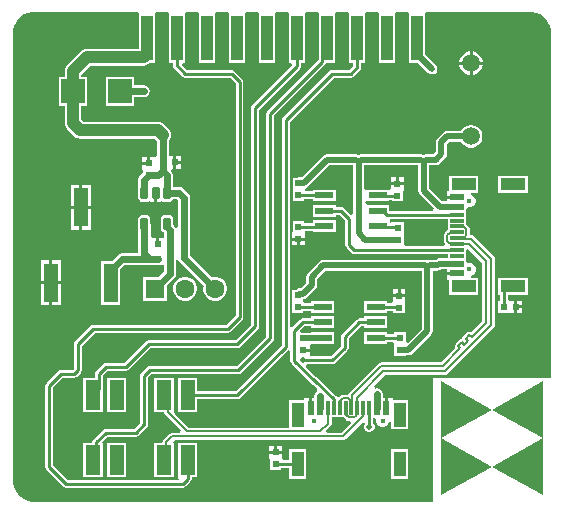
<source format=gtl>
G04*
G04 #@! TF.GenerationSoftware,Altium Limited,Altium Designer,24.10.1 (45)*
G04*
G04 Layer_Physical_Order=1*
G04 Layer_Color=255*
%FSLAX44Y44*%
%MOMM*%
G71*
G04*
G04 #@! TF.SameCoordinates,369B9CB0-29D8-4664-9DD5-51349DE9450A*
G04*
G04*
G04 #@! TF.FilePolarity,Positive*
G04*
G01*
G75*
%ADD10C,0.2540*%
%ADD11C,0.2500*%
%ADD18R,1.5000X0.6000*%
%ADD19R,1.2446X2.5000*%
G04:AMPARAMS|DCode=20|XSize=0.6mm|YSize=1.1mm|CornerRadius=0.15mm|HoleSize=0mm|Usage=FLASHONLY|Rotation=0.000|XOffset=0mm|YOffset=0mm|HoleType=Round|Shape=RoundedRectangle|*
%AMROUNDEDRECTD20*
21,1,0.6000,0.8000,0,0,0.0*
21,1,0.3000,1.1000,0,0,0.0*
1,1,0.3000,0.1500,-0.4000*
1,1,0.3000,-0.1500,-0.4000*
1,1,0.3000,-0.1500,0.4000*
1,1,0.3000,0.1500,0.4000*
%
%ADD20ROUNDEDRECTD20*%
%ADD21R,0.5500X0.5500*%
%ADD22R,1.0000X3.7000*%
%ADD23R,2.0000X2.0000*%
%ADD24R,0.3000X1.1500*%
%ADD25R,0.6000X1.1500*%
%ADD26R,1.1900X3.3000*%
%ADD27R,0.5500X0.5500*%
%ADD28R,1.1500X0.3000*%
%ADD29R,1.1500X0.6000*%
%ADD46C,0.5000*%
%ADD47C,0.2040*%
%ADD48C,0.5900*%
%ADD49C,0.6000*%
%ADD50C,1.0000*%
%ADD51C,0.1966*%
%ADD52R,1.6000X1.6000*%
%ADD53C,1.6000*%
%ADD54C,1.5000*%
%ADD55R,1.0000X2.1000*%
%ADD56C,0.4000*%
%ADD57R,2.1000X1.0000*%
%ADD58C,0.5000*%
G36*
X457078Y381741D02*
X460247Y380429D01*
X463098Y378524D01*
X465523Y376098D01*
X467429Y373247D01*
X468741Y370078D01*
X469410Y366715D01*
Y365000D01*
Y72000D01*
X370000D01*
Y-32410D01*
X30285D01*
X26922Y-31741D01*
X23753Y-30429D01*
X20902Y-28523D01*
X18476Y-26098D01*
X16571Y-23247D01*
X15259Y-20078D01*
X14590Y-16715D01*
Y-15000D01*
Y365000D01*
Y366715D01*
X15259Y370078D01*
X16571Y373247D01*
X18476Y376098D01*
X20902Y378524D01*
X23753Y380429D01*
X26922Y381741D01*
X30285Y382410D01*
X120151D01*
X120560Y380540D01*
X120560Y380370D01*
Y360462D01*
X120499Y360000D01*
Y351101D01*
X77000D01*
X75162Y350859D01*
X73450Y350149D01*
X71979Y349021D01*
X59979Y337021D01*
X58851Y335550D01*
X58141Y333838D01*
X57899Y332000D01*
Y327040D01*
X52960D01*
Y302960D01*
X57899D01*
Y288000D01*
X58141Y286162D01*
X58851Y284450D01*
X59979Y282979D01*
X65979Y276979D01*
X67450Y275851D01*
X69162Y275141D01*
X71000Y274899D01*
X71000Y274899D01*
X134059D01*
X135781Y273177D01*
Y260695D01*
X134290Y259370D01*
X130270D01*
Y254080D01*
X129000D01*
Y252810D01*
X123710D01*
Y248790D01*
X124210Y248710D01*
Y246397D01*
X121866Y244054D01*
X120752Y242386D01*
X120361Y240420D01*
Y229000D01*
X120391Y228852D01*
Y225000D01*
X120665Y223619D01*
X121448Y222448D01*
X122619Y221665D01*
X124000Y221391D01*
X127000D01*
X128381Y221665D01*
X129552Y222448D01*
X131401Y221543D01*
X131924Y221194D01*
X133500Y220881D01*
X133730D01*
Y229000D01*
X136270D01*
Y220881D01*
X136500D01*
X138076Y221194D01*
X138599Y221543D01*
X140448Y222448D01*
X141619Y221665D01*
X143000Y221391D01*
X146000D01*
X147381Y221665D01*
X148552Y222448D01*
X149335Y223619D01*
X149383Y223861D01*
X152872D01*
X153861Y222871D01*
Y199995D01*
X151828Y199762D01*
X150714Y201429D01*
X149639Y202504D01*
Y203000D01*
X149609Y203148D01*
Y207000D01*
X149335Y208381D01*
X148552Y209552D01*
X147381Y210335D01*
X146000Y210609D01*
X143000D01*
X141619Y210335D01*
X140448Y209552D01*
X139665Y208381D01*
X139391Y207000D01*
Y203148D01*
X139361Y203000D01*
Y200375D01*
X139391Y200228D01*
Y199000D01*
X139665Y197619D01*
X140448Y196448D01*
X141619Y195665D01*
X141941Y195601D01*
Y190790D01*
X138190D01*
Y185500D01*
X135650D01*
Y190790D01*
X131630D01*
X130639Y192419D01*
Y203000D01*
X130609Y203148D01*
Y207000D01*
X130335Y208381D01*
X129552Y209552D01*
X128381Y210335D01*
X127000Y210609D01*
X124000D01*
X122619Y210335D01*
X121448Y209552D01*
X120665Y208381D01*
X120391Y207000D01*
Y203148D01*
X120361Y203000D01*
Y178139D01*
X106450D01*
X104483Y177748D01*
X102816Y176634D01*
X97723Y171540D01*
X89010D01*
Y134460D01*
X104990D01*
Y164273D01*
X108579Y167861D01*
X136920D01*
X136920Y167861D01*
X138673Y168210D01*
X141710D01*
X141941Y166266D01*
Y162708D01*
X137273Y158040D01*
X124460D01*
Y137960D01*
X144540D01*
Y150773D01*
X150714Y156946D01*
X151828Y158614D01*
X152219Y160580D01*
Y172101D01*
X154252Y172333D01*
X155366Y170666D01*
X175567Y150466D01*
X175260Y149322D01*
Y146678D01*
X175944Y144125D01*
X177266Y141835D01*
X179135Y139966D01*
X181425Y138644D01*
X183978Y137960D01*
X186622D01*
X189175Y138644D01*
X191465Y139966D01*
X193334Y141835D01*
X194656Y144125D01*
X195340Y146678D01*
Y149322D01*
X194656Y151875D01*
X193334Y154165D01*
X191465Y156034D01*
X189175Y157356D01*
X186622Y158040D01*
X183978D01*
X182834Y157733D01*
X164139Y176429D01*
Y225000D01*
X163748Y226966D01*
X162634Y228634D01*
X158634Y232634D01*
X156967Y233748D01*
X155000Y234139D01*
X149639D01*
Y244340D01*
X149248Y246306D01*
X148336Y247670D01*
X148927Y249710D01*
X149810D01*
Y255000D01*
Y260290D01*
X146059D01*
Y273213D01*
X147069Y274530D01*
X147779Y276242D01*
X148021Y278080D01*
X147779Y279918D01*
X147069Y281630D01*
X145941Y283101D01*
X142021Y287021D01*
X140550Y288149D01*
X138838Y288859D01*
X137000Y289101D01*
X73941D01*
X72101Y290941D01*
Y302960D01*
X77040D01*
Y327040D01*
X72152D01*
X72122Y329080D01*
X79941Y336899D01*
X125100D01*
X126938Y337141D01*
X128650Y337851D01*
X130121Y338979D01*
X130602Y339460D01*
X134640D01*
Y346039D01*
X134701Y346500D01*
Y360000D01*
X134640Y360462D01*
Y380370D01*
X134640Y380540D01*
X135049Y382410D01*
X145551D01*
X145960Y380540D01*
X145960Y380370D01*
Y339460D01*
X149646D01*
Y337000D01*
X149901Y335716D01*
X150628Y334628D01*
X157628Y327628D01*
X158716Y326901D01*
X160000Y326646D01*
X197902D01*
X202645Y321902D01*
Y125389D01*
X194611Y117354D01*
X82000D01*
X80716Y117099D01*
X79628Y116372D01*
X66628Y103372D01*
X65901Y102284D01*
X65645Y101000D01*
Y80389D01*
X64611Y79355D01*
X55000D01*
X53716Y79099D01*
X52628Y78372D01*
X42628Y68372D01*
X41901Y67284D01*
X41646Y66000D01*
Y-3000D01*
X41901Y-4284D01*
X42628Y-5372D01*
X56628Y-19372D01*
X57716Y-20099D01*
X59000Y-20354D01*
X158000D01*
X159284Y-20099D01*
X160372Y-19372D01*
X164372Y-15372D01*
X165099Y-14284D01*
X165354Y-13000D01*
Y-11544D01*
X170263D01*
Y17536D01*
X153737D01*
Y-11544D01*
X153737D01*
X154530Y-13584D01*
X154489Y-13645D01*
X60389D01*
X48355Y-1611D01*
Y64611D01*
X56389Y72646D01*
X66000D01*
X67284Y72901D01*
X68372Y73628D01*
X71372Y76628D01*
X72099Y77716D01*
X72354Y79000D01*
Y99611D01*
X83389Y110646D01*
X196000D01*
X197284Y110901D01*
X198372Y111628D01*
X208372Y121628D01*
X209099Y122716D01*
X209354Y124000D01*
Y323291D01*
X209099Y324575D01*
X208372Y325663D01*
X201663Y332372D01*
X200575Y333099D01*
X199291Y333354D01*
X161389D01*
X157324Y337420D01*
X158169Y339460D01*
X160040D01*
Y380370D01*
X160040Y380540D01*
X160449Y382410D01*
X170951D01*
X171360Y380540D01*
X171360Y380370D01*
Y339460D01*
X185440D01*
Y380370D01*
X185440Y380540D01*
X185849Y382410D01*
X196351D01*
X196760Y380540D01*
X196760Y380370D01*
Y339460D01*
X210840D01*
Y380370D01*
X210840Y380540D01*
X211249Y382410D01*
X221751D01*
X222160Y380540D01*
X222160Y380370D01*
Y339460D01*
X236240D01*
Y380370D01*
X236240Y380540D01*
X236649Y382410D01*
X247151D01*
X247560Y380540D01*
X247560Y380370D01*
Y339460D01*
X249871D01*
X250676Y337420D01*
X216628Y303372D01*
X215901Y302284D01*
X215646Y301000D01*
Y117389D01*
X202610Y104354D01*
X129000D01*
X127716Y104099D01*
X126628Y103372D01*
X108610Y85354D01*
X93000D01*
X91716Y85099D01*
X90628Y84372D01*
X84511Y78255D01*
X83784Y77167D01*
X83529Y75883D01*
Y72536D01*
X73737D01*
Y43456D01*
X90263D01*
Y72536D01*
X90263Y72536D01*
X90263D01*
X90303Y74559D01*
X94389Y78646D01*
X110000D01*
X111284Y78901D01*
X112372Y79628D01*
X130389Y97646D01*
X204000D01*
X205284Y97901D01*
X206372Y98628D01*
X221372Y113628D01*
X222099Y114716D01*
X222354Y116000D01*
Y299611D01*
X256972Y334228D01*
X257699Y335316D01*
X257954Y336600D01*
Y339460D01*
X261640D01*
Y380370D01*
X261640Y380540D01*
X262049Y382410D01*
X272551D01*
X272960Y380540D01*
X272960Y380370D01*
Y356574D01*
X272896Y356250D01*
Y341639D01*
X229628Y298372D01*
X228901Y297284D01*
X228645Y296000D01*
Y107389D01*
X203610Y82354D01*
X130000D01*
X128716Y82099D01*
X127628Y81372D01*
X122628Y76372D01*
X121901Y75284D01*
X121646Y74000D01*
Y34390D01*
X116610Y29354D01*
X92744D01*
X91460Y29099D01*
X90372Y28372D01*
X82153Y20153D01*
X81426Y19065D01*
X81171Y17781D01*
Y17536D01*
X73737D01*
Y-11544D01*
X90263D01*
Y17536D01*
X90263D01*
X89900Y18412D01*
X94133Y22645D01*
X118000D01*
X119284Y22901D01*
X120372Y23628D01*
X127372Y30628D01*
X128099Y31716D01*
X128355Y33000D01*
Y72611D01*
X131390Y75645D01*
X205000D01*
X206284Y75901D01*
X207372Y76628D01*
X234372Y103628D01*
X235099Y104716D01*
X235354Y106000D01*
Y294611D01*
X278622Y337878D01*
X279349Y338966D01*
X279447Y339460D01*
X287040D01*
Y380370D01*
X287040Y380540D01*
X287449Y382410D01*
X297951D01*
X298360Y380540D01*
X298360Y380370D01*
Y339460D01*
X302045D01*
Y336789D01*
X298611Y333354D01*
X284273D01*
X282990Y333099D01*
X281901Y332372D01*
X242628Y293099D01*
X241901Y292010D01*
X241646Y290727D01*
Y100389D01*
X202607Y61350D01*
X170263D01*
Y72536D01*
X153737D01*
Y43456D01*
X170263D01*
Y54641D01*
X203996D01*
X205280Y54897D01*
X206368Y55624D01*
X247085Y96341D01*
X248234Y96113D01*
X249125Y95580D01*
Y86783D01*
X249382Y85492D01*
X250114Y84397D01*
X267155Y67355D01*
X268250Y66624D01*
X268691Y66536D01*
X271857Y63370D01*
X271419Y60923D01*
X270702Y60445D01*
X269599Y58794D01*
X269212Y56847D01*
Y55340D01*
X267570D01*
Y47050D01*
X265030D01*
Y55340D01*
X260760D01*
Y53840D01*
X248060D01*
Y30200D01*
X163053D01*
X151342Y41911D01*
X150263Y43456D01*
X150263D01*
X150263Y43456D01*
Y72536D01*
X133737D01*
Y43456D01*
X142125D01*
X142328Y42437D01*
X143004Y41425D01*
X156424Y28005D01*
X155644Y26120D01*
X149000D01*
X147806Y25882D01*
X146794Y25206D01*
X141575Y19988D01*
X140899Y18975D01*
X140661Y17781D01*
Y17536D01*
X133737D01*
Y-11544D01*
X150263D01*
Y17536D01*
X150263D01*
X150105Y17918D01*
X151500Y19880D01*
X293653D01*
X294847Y20118D01*
X295859Y20794D01*
X309284Y34218D01*
X311897Y33947D01*
X312151Y33572D01*
X311460Y31903D01*
Y30097D01*
X312151Y28428D01*
X313428Y27151D01*
X315097Y26460D01*
X316903D01*
X318572Y27151D01*
X319849Y28428D01*
X320540Y30097D01*
Y31903D01*
X319849Y33572D01*
X319175Y34246D01*
Y38116D01*
X320194Y38426D01*
X320662Y38133D01*
X321910Y36868D01*
Y35248D01*
X322715Y33303D01*
X324203Y31815D01*
X326148Y31010D01*
X328252D01*
X330196Y31815D01*
X331685Y33303D01*
X332490Y35248D01*
X334460Y35079D01*
Y28760D01*
X348540D01*
Y53840D01*
X335840D01*
Y55340D01*
X331570D01*
Y47050D01*
X329030D01*
Y55340D01*
X327388D01*
Y58700D01*
X327001Y60647D01*
X325898Y62298D01*
X324247Y63401D01*
X322300Y63788D01*
X320472Y63424D01*
X320346Y63513D01*
X319572Y65409D01*
X329081Y74918D01*
X379866D01*
X381046Y75152D01*
X382046Y75820D01*
X421432Y115207D01*
X422101Y116207D01*
X422335Y117387D01*
Y173206D01*
X422101Y174385D01*
X421432Y175385D01*
X404185Y192633D01*
X403185Y193301D01*
X402006Y193535D01*
X401035D01*
Y198133D01*
X400801Y199313D01*
X400132Y200313D01*
X398083Y202362D01*
X397740Y202591D01*
Y215764D01*
X399436Y216898D01*
X399648Y216810D01*
X401752D01*
X403697Y217615D01*
X405185Y219103D01*
X405990Y221048D01*
Y223152D01*
X405185Y225096D01*
X403697Y226585D01*
X401752Y227390D01*
X401921Y229360D01*
X408240D01*
Y243440D01*
X383160D01*
Y230740D01*
X381660D01*
Y226470D01*
X389950D01*
Y223930D01*
X381660D01*
Y221869D01*
X377677D01*
X366629Y232917D01*
Y252371D01*
X372000D01*
X372000Y252371D01*
X373771Y252723D01*
X375273Y253727D01*
X380273Y258727D01*
X380273Y258727D01*
X381277Y260229D01*
X381629Y262000D01*
Y270083D01*
X383811Y272264D01*
X393718D01*
X394366Y271142D01*
X396142Y269366D01*
X398318Y268110D01*
X400744Y267460D01*
X403256D01*
X405682Y268110D01*
X407858Y269366D01*
X409634Y271142D01*
X410890Y273318D01*
X411540Y275744D01*
Y278256D01*
X410890Y280682D01*
X409634Y282858D01*
X407858Y284634D01*
X405682Y285890D01*
X403256Y286540D01*
X400744D01*
X398318Y285890D01*
X396142Y284634D01*
X394366Y282858D01*
X393595Y281522D01*
X381893D01*
X380122Y281170D01*
X378620Y280167D01*
X378620Y280166D01*
X373727Y275273D01*
X372723Y273771D01*
X372371Y272000D01*
X372371Y272000D01*
Y263917D01*
X370083Y261629D01*
X364000D01*
X364000Y261629D01*
X362229Y261277D01*
X362000Y261124D01*
X361771Y261277D01*
X360000Y261629D01*
X360000Y261629D01*
X309000D01*
X309000Y261629D01*
X307229Y261277D01*
X307000Y261124D01*
X306771Y261277D01*
X305000Y261629D01*
X305000Y261629D01*
X280000D01*
X280000Y261629D01*
X278229Y261277D01*
X276727Y260273D01*
X276727Y260273D01*
X258792Y242339D01*
X256263D01*
X256263Y242339D01*
X254491Y241986D01*
X254379Y241911D01*
X250884D01*
Y233791D01*
X250884Y232331D01*
X250884Y230291D01*
Y222171D01*
X260464D01*
Y223546D01*
X268338D01*
Y221840D01*
X287418D01*
Y231920D01*
X268338D01*
Y230295D01*
X262147D01*
X261353Y231081D01*
X261231Y231450D01*
X262481Y233433D01*
X262481Y233433D01*
X263983Y234436D01*
X281917Y252371D01*
X302371D01*
Y211258D01*
X300331Y210413D01*
X294492Y216252D01*
X293404Y216979D01*
X292120Y217234D01*
X287418D01*
Y218920D01*
X268338D01*
Y208840D01*
X287418D01*
Y210526D01*
X290730D01*
X295646Y205611D01*
Y185000D01*
X295901Y183716D01*
X296628Y182628D01*
X300928Y178328D01*
X302016Y177601D01*
X303300Y177346D01*
X382160D01*
Y173829D01*
X375200D01*
X375200Y173829D01*
X373429Y173477D01*
X372160Y172629D01*
X367000D01*
X367000Y172629D01*
X365229Y172277D01*
X365000Y172124D01*
X364771Y172277D01*
X363000Y172629D01*
X363000Y172629D01*
X277000D01*
X277000Y172629D01*
X275229Y172277D01*
X273727Y171273D01*
X273727Y171273D01*
X263727Y161273D01*
X262723Y159771D01*
X262371Y158000D01*
X262371Y158000D01*
Y152917D01*
X257800Y148346D01*
X256530D01*
X254759Y147994D01*
X253569Y147199D01*
X250432D01*
Y139079D01*
X250432Y137619D01*
X250432Y135579D01*
Y127459D01*
X260012D01*
Y128961D01*
X266743D01*
Y127382D01*
X285823D01*
Y137462D01*
X266743D01*
Y135710D01*
X260329D01*
X260012Y137619D01*
X260012Y139147D01*
X261489Y139441D01*
X262990Y140444D01*
X270273Y147727D01*
X270273Y147727D01*
X271277Y149229D01*
X271629Y151000D01*
X271629Y151000D01*
Y156083D01*
X278917Y163371D01*
X360371D01*
Y113917D01*
X348793Y102339D01*
X346753Y103184D01*
Y111004D01*
X337173D01*
Y109693D01*
X330823D01*
Y111462D01*
X311743D01*
Y101382D01*
X330823D01*
Y102943D01*
X335731D01*
X337173Y101501D01*
X337173Y99384D01*
Y91264D01*
X346753D01*
Y91425D01*
X349054D01*
X349054Y91425D01*
X350825Y91777D01*
X352327Y92781D01*
X368273Y108727D01*
X368273Y108727D01*
X369277Y110229D01*
X369629Y112000D01*
X369629Y112000D01*
Y163371D01*
X374000D01*
X374000Y163371D01*
X374447Y163460D01*
X374903D01*
X375324Y163634D01*
X375771Y163723D01*
X376151Y163977D01*
X376572Y164151D01*
X376894Y164473D01*
X377040Y164571D01*
X381660D01*
Y162470D01*
X389950D01*
Y159930D01*
X381660D01*
Y155660D01*
X383160D01*
Y142960D01*
X408240D01*
Y157040D01*
X401921D01*
X401752Y159010D01*
X403697Y159815D01*
X405185Y161304D01*
X405990Y163248D01*
Y165352D01*
X405185Y167297D01*
X403697Y168785D01*
X401752Y169590D01*
X399648D01*
X399436Y169502D01*
X397740Y170636D01*
Y181102D01*
X399780Y181947D01*
X411665Y170063D01*
Y120530D01*
X402425Y111290D01*
X401884Y111651D01*
X400705Y111885D01*
X399525Y111651D01*
X398525Y110982D01*
X395339Y107796D01*
X394671Y106796D01*
X394436Y105617D01*
X394332Y105513D01*
X393153Y105278D01*
X392153Y104610D01*
X388967Y101424D01*
X388298Y100424D01*
X388064Y99244D01*
X388298Y98065D01*
X388660Y97524D01*
X376723Y85588D01*
X325938D01*
X324758Y85354D01*
X323758Y84685D01*
X298868Y59795D01*
X298199Y58795D01*
X298068Y58135D01*
X293367D01*
X292187Y57901D01*
X291187Y57232D01*
X290481Y56527D01*
X287996Y56776D01*
X272645Y72128D01*
X271550Y72860D01*
X271109Y72947D01*
X262212Y81844D01*
X262572Y83651D01*
X263046Y84125D01*
X284500D01*
X285791Y84382D01*
X286886Y85114D01*
X297386Y95614D01*
X298118Y96708D01*
X298375Y98000D01*
Y105536D01*
X308886Y116047D01*
X311743D01*
Y114382D01*
X330823D01*
Y124462D01*
X311743D01*
Y122797D01*
X307488D01*
X306196Y122540D01*
X305102Y121808D01*
X292614Y109320D01*
X291882Y108226D01*
X291625Y106934D01*
Y99398D01*
X283102Y90875D01*
X265290D01*
Y94570D01*
X260000D01*
Y97110D01*
X265290D01*
Y99965D01*
X266669Y101309D01*
X267226Y101382D01*
X285823D01*
Y111462D01*
X266743D01*
Y110840D01*
X260211D01*
X259960Y110790D01*
X258448D01*
X257603Y112830D01*
X260820Y116047D01*
X266743D01*
Y114382D01*
X285823D01*
Y124462D01*
X266743D01*
Y122797D01*
X259422D01*
X258130Y122540D01*
X257036Y121808D01*
X250394Y115167D01*
X249266Y115387D01*
X248354Y115926D01*
Y289337D01*
X285663Y326646D01*
X300000D01*
X301284Y326901D01*
X302372Y327628D01*
X307772Y333028D01*
X308499Y334116D01*
X308754Y335400D01*
Y339460D01*
X312440D01*
Y380370D01*
X312440Y380540D01*
X312849Y382410D01*
X323351D01*
X323760Y380540D01*
X323760Y380370D01*
Y339460D01*
X337840D01*
Y380370D01*
X337840Y380540D01*
X338249Y382410D01*
X348751D01*
X349160Y380540D01*
X349160Y380370D01*
Y339460D01*
X356694D01*
X365427Y330727D01*
X366929Y329723D01*
X367953Y329520D01*
X368097Y329460D01*
X368253D01*
X368700Y329371D01*
X369147Y329460D01*
X369903D01*
X371572Y330151D01*
X372849Y331428D01*
X373540Y333097D01*
Y334903D01*
X372849Y336572D01*
X371572Y337849D01*
X371274Y337972D01*
X363240Y346006D01*
Y380370D01*
X363240Y380540D01*
X363649Y382410D01*
X453715D01*
X457078Y381741D01*
D02*
G37*
G36*
X357371Y231000D02*
X357371Y231000D01*
X357723Y229228D01*
X358727Y227727D01*
X370339Y216115D01*
X369790Y214075D01*
X332418D01*
Y218920D01*
X314525D01*
X312623Y220664D01*
X312623Y221506D01*
X313338Y221840D01*
X313669Y221840D01*
X332418D01*
Y223419D01*
X334958D01*
Y221917D01*
X344538D01*
Y229744D01*
X345038Y231577D01*
X345038Y233330D01*
Y235597D01*
X339748D01*
X334458D01*
Y233646D01*
X333813Y232611D01*
X332901Y231839D01*
X332418Y231920D01*
Y231920D01*
X313669D01*
X313338Y231920D01*
X311629Y232719D01*
Y252371D01*
X357371D01*
Y231000D01*
D02*
G37*
G36*
X382160Y197591D02*
X381817Y197362D01*
X379767Y195313D01*
X379099Y194313D01*
X378865Y193133D01*
Y188267D01*
X379099Y187087D01*
X379767Y186087D01*
X378915Y184054D01*
X346869D01*
X345046Y184579D01*
Y192699D01*
X345046Y194159D01*
X345046Y196199D01*
Y204319D01*
X335466D01*
Y204319D01*
X333426Y204014D01*
X333227Y204213D01*
X333247Y206719D01*
X333876Y207325D01*
X382160D01*
Y197591D01*
D02*
G37*
G36*
X294137Y38917D02*
X296187Y36867D01*
X297187Y36199D01*
X298367Y35965D01*
X299540D01*
X300321Y34080D01*
X292360Y26120D01*
X280386D01*
X279606Y28005D01*
X283021Y31420D01*
X283697Y32432D01*
X283935Y33626D01*
Y39260D01*
X293909D01*
X294137Y38917D01*
D02*
G37*
G36*
X463084Y69460D02*
Y69158D01*
Y68977D01*
Y68675D01*
Y68313D01*
Y67891D01*
Y67409D01*
Y66805D01*
Y66142D01*
Y65358D01*
Y64513D01*
Y63548D01*
Y62462D01*
Y61255D01*
Y59868D01*
Y58420D01*
Y56852D01*
Y55102D01*
Y53232D01*
Y51181D01*
Y48949D01*
Y46596D01*
Y44123D01*
Y41409D01*
Y38513D01*
Y35436D01*
Y32179D01*
Y28740D01*
Y25121D01*
Y21260D01*
Y-27000D01*
X420042Y-2870D01*
X463084Y21260D01*
X420042Y45390D01*
X463084Y69520D01*
Y69460D01*
D02*
G37*
G36*
X420042Y45390D02*
X377000Y21260D01*
X420042Y-2870D01*
X377000Y-27000D01*
Y21260D01*
Y25121D01*
Y28740D01*
Y32179D01*
Y35436D01*
Y38513D01*
Y41409D01*
Y44123D01*
Y46596D01*
Y48949D01*
Y51181D01*
Y53232D01*
Y55102D01*
Y56852D01*
Y58420D01*
Y59868D01*
Y61255D01*
Y62462D01*
Y63548D01*
Y64513D01*
Y65358D01*
Y66142D01*
Y66805D01*
Y67409D01*
Y67891D01*
Y68313D01*
Y68675D01*
Y68977D01*
Y69158D01*
Y69460D01*
Y69520D01*
X420042Y45390D01*
D02*
G37*
%LPC*%
G36*
X403322Y349040D02*
X403270D01*
Y340270D01*
X412040D01*
Y340322D01*
X411356Y342875D01*
X410034Y345165D01*
X408165Y347034D01*
X405875Y348356D01*
X403322Y349040D01*
D02*
G37*
G36*
X400730D02*
X400678D01*
X398125Y348356D01*
X395835Y347034D01*
X393966Y345165D01*
X392644Y342875D01*
X391960Y340322D01*
Y340270D01*
X400730D01*
Y349040D01*
D02*
G37*
G36*
X412040Y337730D02*
X403270D01*
Y328960D01*
X403322D01*
X405875Y329644D01*
X408165Y330966D01*
X410034Y332835D01*
X411356Y335125D01*
X412040Y337678D01*
Y337730D01*
D02*
G37*
G36*
X400730D02*
X391960D01*
Y337678D01*
X392644Y335125D01*
X393966Y332835D01*
X395835Y330966D01*
X398125Y329644D01*
X400678Y328960D01*
X400730D01*
Y337730D01*
D02*
G37*
G36*
X117040Y327040D02*
X92960D01*
Y302960D01*
X117040D01*
Y309861D01*
X125000D01*
X126966Y310252D01*
X128634Y311366D01*
X129748Y313034D01*
X130139Y315000D01*
X129748Y316966D01*
X128634Y318634D01*
X126966Y319748D01*
X125000Y320139D01*
X117040D01*
Y327040D01*
D02*
G37*
G36*
X156370Y260290D02*
X152350D01*
Y256270D01*
X156370D01*
Y260290D01*
D02*
G37*
G36*
X127730Y259370D02*
X123710D01*
Y255350D01*
X127730D01*
Y259370D01*
D02*
G37*
G36*
X156370Y253730D02*
X152350D01*
Y249710D01*
X156370D01*
Y253730D01*
D02*
G37*
G36*
X450040Y243440D02*
X424960D01*
Y229360D01*
X450040D01*
Y243440D01*
D02*
G37*
G36*
X80090Y236040D02*
X72870D01*
Y218270D01*
X80090D01*
Y236040D01*
D02*
G37*
G36*
X70330D02*
X63110D01*
Y218270D01*
X70330D01*
Y236040D01*
D02*
G37*
G36*
X287418Y205920D02*
X268338D01*
Y203897D01*
X260718D01*
Y204954D01*
X251138D01*
Y197127D01*
X250638Y195294D01*
X250638Y193541D01*
Y191274D01*
X255928D01*
X261218D01*
Y193541D01*
X261218Y195294D01*
X261669Y197147D01*
X268338D01*
Y195840D01*
X287418D01*
Y205920D01*
D02*
G37*
G36*
X80090Y215730D02*
X72870D01*
Y197960D01*
X80090D01*
Y215730D01*
D02*
G37*
G36*
X70330D02*
X63110D01*
Y197960D01*
X70330D01*
Y215730D01*
D02*
G37*
G36*
X261218Y188734D02*
X257198D01*
Y184714D01*
X261218D01*
Y188734D01*
D02*
G37*
G36*
X254658D02*
X250638D01*
Y184714D01*
X254658D01*
Y188734D01*
D02*
G37*
G36*
X54690Y172040D02*
X47470D01*
Y154270D01*
X54690D01*
Y172040D01*
D02*
G37*
G36*
X44930D02*
X37710D01*
Y154270D01*
X44930D01*
Y172040D01*
D02*
G37*
G36*
X346364Y147445D02*
X342344D01*
Y143425D01*
X346364D01*
Y147445D01*
D02*
G37*
G36*
X339804D02*
X335784D01*
Y143425D01*
X339804D01*
Y147445D01*
D02*
G37*
G36*
X161222Y158040D02*
X158578D01*
X156025Y157356D01*
X153735Y156034D01*
X151866Y154165D01*
X150544Y151875D01*
X149860Y149322D01*
Y146678D01*
X150544Y144125D01*
X151866Y141835D01*
X153735Y139966D01*
X156025Y138644D01*
X158578Y137960D01*
X161222D01*
X163775Y138644D01*
X166065Y139966D01*
X167934Y141835D01*
X169256Y144125D01*
X169940Y146678D01*
Y149322D01*
X169256Y151875D01*
X167934Y154165D01*
X166065Y156034D01*
X163775Y157356D01*
X161222Y158040D01*
D02*
G37*
G36*
X346364Y140885D02*
X341074D01*
X335784D01*
Y138618D01*
X335784Y136865D01*
X334275Y135583D01*
X330823D01*
Y137462D01*
X311743D01*
Y127382D01*
X330823D01*
Y128834D01*
X336284D01*
Y127205D01*
X345864D01*
Y135032D01*
X346364Y136865D01*
X346364Y138618D01*
Y140885D01*
D02*
G37*
G36*
X54690Y151730D02*
X47470D01*
Y133960D01*
X54690D01*
Y151730D01*
D02*
G37*
G36*
X44930D02*
X37710D01*
Y133960D01*
X44930D01*
Y151730D01*
D02*
G37*
G36*
X441270Y137790D02*
Y133770D01*
X445290D01*
Y137790D01*
X441270D01*
D02*
G37*
G36*
X445290Y131230D02*
X441270D01*
Y127210D01*
X445290D01*
Y131230D01*
D02*
G37*
G36*
X450040Y157040D02*
X424960D01*
Y142960D01*
X426465D01*
Y137290D01*
X425050D01*
Y127710D01*
X432877D01*
X434710Y127210D01*
X436463Y127210D01*
X438730D01*
Y132500D01*
Y137790D01*
X436463D01*
X434710Y137790D01*
X433215Y139105D01*
Y142960D01*
X450040D01*
Y157040D01*
D02*
G37*
G36*
X110263Y72536D02*
X93737D01*
Y43456D01*
X110263D01*
Y72536D01*
D02*
G37*
G36*
X241790Y14950D02*
X237770D01*
Y10930D01*
X241790D01*
Y14950D01*
D02*
G37*
G36*
X235230D02*
X231210D01*
Y10930D01*
X235230D01*
Y14950D01*
D02*
G37*
G36*
X262140Y12040D02*
X248060D01*
Y2875D01*
X243105D01*
X241790Y4370D01*
X241790Y6123D01*
Y8390D01*
X236500D01*
X231210D01*
Y6123D01*
X231210Y4370D01*
X231710Y2537D01*
Y-5290D01*
X241290D01*
Y-3875D01*
X248060D01*
Y-13040D01*
X262140D01*
Y12040D01*
D02*
G37*
G36*
X110263Y17536D02*
X93737D01*
Y-11544D01*
X110263D01*
Y17536D01*
D02*
G37*
G36*
X348540Y12040D02*
X334460D01*
Y-13040D01*
X348540D01*
Y12040D01*
D02*
G37*
G36*
X345038Y242157D02*
X341018D01*
Y238137D01*
X345038D01*
Y242157D01*
D02*
G37*
G36*
X338478D02*
X334458D01*
Y238137D01*
X338478D01*
Y242157D01*
D02*
G37*
%LPD*%
D10*
X252500Y86783D02*
X269542Y69742D01*
X270258D02*
X285610Y54390D01*
Y47240D02*
Y54390D01*
X269542Y69742D02*
X270258D01*
X252500Y86783D02*
Y112500D01*
X284500Y87500D02*
X295000Y98000D01*
X260000Y87500D02*
X284500D01*
X285610Y47240D02*
X285800Y47050D01*
X259422Y119422D02*
X276283D01*
X252500Y112500D02*
X259422Y119422D01*
X295000Y98000D02*
Y106934D01*
X429840Y146270D02*
X433570Y150000D01*
X429840Y132500D02*
Y146270D01*
X433570Y150000D02*
X437500D01*
X295000Y106934D02*
X307488Y119422D01*
X330558Y210700D02*
X389950D01*
X322878Y213880D02*
X327378D01*
X330558Y210700D01*
X307488Y119422D02*
X321283D01*
X315800Y31200D02*
Y47050D01*
Y31200D02*
X316000Y31000D01*
X236500Y-500D02*
X255100D01*
X339661Y226793D02*
X339748Y226707D01*
X322965Y226793D02*
X339661D01*
X322878Y226880D02*
X322965Y226793D01*
X339580Y200205D02*
X340256Y199529D01*
X322878Y200880D02*
X323554Y200205D01*
X339580D01*
X255674Y226961D02*
X255714Y226921D01*
X277838D01*
X277878Y226880D01*
X277520Y200522D02*
X277878Y200880D01*
X256286Y200522D02*
X277520D01*
X255928Y200164D02*
X256286Y200522D01*
X255222Y132249D02*
X255309Y132336D01*
X276196D01*
X276283Y132422D01*
X321283Y106422D02*
X321387Y106318D01*
X321497Y132208D02*
X340860D01*
X321387Y106318D02*
X341859D01*
X340860Y132208D02*
X341074Y131995D01*
X341859Y106318D02*
X341963Y106214D01*
X321283Y132422D02*
X321497Y132208D01*
D11*
X92744Y26000D02*
X118000D01*
X84525Y5521D02*
Y17781D01*
X92744Y26000D01*
X82000Y2996D02*
X84525Y5521D01*
X86883Y75883D02*
X93000Y82000D01*
X86883Y62879D02*
Y75883D01*
X93000Y82000D02*
X110000D01*
X82000Y57996D02*
X86883Y62879D01*
X110000Y82000D02*
X129000Y101000D01*
X232000Y296000D02*
X276250Y340250D01*
X205000Y79000D02*
X232000Y106000D01*
Y296000D01*
X245000Y290727D02*
X284273Y330000D01*
X245000Y99000D02*
Y290727D01*
X203996Y57996D02*
X245000Y99000D01*
X69000Y101000D02*
X82000Y114000D01*
X196000D02*
X206000Y124000D01*
X82000Y114000D02*
X196000D01*
X206000Y124000D02*
Y323291D01*
X160000Y330000D02*
X199291D01*
X206000Y323291D01*
X130000Y79000D02*
X205000D01*
X219000Y301000D02*
X254600Y336600D01*
X204000Y101000D02*
X219000Y116000D01*
Y301000D01*
X276250Y356250D02*
X280000Y360000D01*
X276250Y340250D02*
Y356250D01*
X254600Y336600D02*
Y360000D01*
X129000Y101000D02*
X204000D01*
X153000Y337000D02*
X160000Y330000D01*
X277878Y213880D02*
X292120D01*
X299000Y185000D02*
Y207000D01*
X292120Y213880D02*
X299000Y207000D01*
Y185000D02*
X303300Y180700D01*
X389950D01*
X368700Y334000D02*
X369000D01*
X284273Y330000D02*
X300000D01*
X305400Y335400D02*
Y360000D01*
X300000Y330000D02*
X305400Y335400D01*
X153000Y337000D02*
Y360000D01*
X69000Y79000D02*
Y101000D01*
X66000Y76000D02*
X69000Y79000D01*
X55000Y76000D02*
X66000D01*
X45000Y66000D02*
X55000Y76000D01*
X45000Y-3000D02*
Y66000D01*
X59000Y-17000D02*
X158000D01*
X45000Y-3000D02*
X59000Y-17000D01*
X158000D02*
X162000Y-13000D01*
Y2996D01*
X125000Y33000D02*
Y74000D01*
X130000Y79000D01*
X118000Y26000D02*
X125000Y33000D01*
X162000Y57996D02*
X203996D01*
X356200Y346500D02*
Y360000D01*
D18*
X277878Y226880D02*
D03*
X322878D02*
D03*
X277878Y213880D02*
D03*
X322878D02*
D03*
Y200880D02*
D03*
X277878D02*
D03*
X276283Y106422D02*
D03*
X321283D02*
D03*
Y119422D02*
D03*
X276283D02*
D03*
X321283Y132422D02*
D03*
X276283D02*
D03*
D19*
X102000Y57996D02*
D03*
X142000D02*
D03*
X162000D02*
D03*
X82000Y2996D02*
D03*
Y57996D02*
D03*
X102000Y2996D02*
D03*
X142000D02*
D03*
X162000D02*
D03*
D20*
X144500Y203000D02*
D03*
X125500D02*
D03*
Y229000D02*
D03*
X135000D02*
D03*
X144500D02*
D03*
D21*
X140920Y255000D02*
D03*
X151080D02*
D03*
X136920Y185500D02*
D03*
X147080D02*
D03*
X136920Y173000D02*
D03*
X147080D02*
D03*
X429840Y132500D02*
D03*
X440000D02*
D03*
D22*
X356200Y360000D02*
D03*
X330800D02*
D03*
X305400D02*
D03*
X280000D02*
D03*
X254600D02*
D03*
X229200D02*
D03*
X203800D02*
D03*
X178400D02*
D03*
X153000D02*
D03*
X127600D02*
D03*
D23*
X65000Y315000D02*
D03*
X105000D02*
D03*
D24*
X280800Y47050D02*
D03*
X315800D02*
D03*
X310800D02*
D03*
X305800D02*
D03*
X300800D02*
D03*
X295800D02*
D03*
X290800D02*
D03*
X285800D02*
D03*
D25*
X322300D02*
D03*
X274300D02*
D03*
X266300D02*
D03*
X330300D02*
D03*
D26*
X97000Y153000D02*
D03*
X46200D02*
D03*
X71600Y217000D02*
D03*
D27*
X129000Y254080D02*
D03*
Y243920D02*
D03*
X255222Y132249D02*
D03*
Y142409D02*
D03*
X341963Y106214D02*
D03*
Y96054D02*
D03*
X255674Y226961D02*
D03*
Y237121D02*
D03*
X340256Y199529D02*
D03*
Y189369D02*
D03*
X236500Y9660D02*
D03*
Y-500D02*
D03*
X260000Y106000D02*
D03*
Y95840D02*
D03*
X341074Y131995D02*
D03*
Y142155D02*
D03*
X255928Y200164D02*
D03*
Y190004D02*
D03*
X339748Y226707D02*
D03*
Y236867D02*
D03*
D28*
X389950Y175700D02*
D03*
Y210700D02*
D03*
Y205700D02*
D03*
Y200700D02*
D03*
Y195700D02*
D03*
Y190700D02*
D03*
Y185700D02*
D03*
Y180700D02*
D03*
D29*
Y217200D02*
D03*
Y169200D02*
D03*
Y161200D02*
D03*
Y225200D02*
D03*
D46*
X305000Y257000D02*
X307000Y255000D01*
X309000Y257000D02*
X360000D01*
X362000Y255000D01*
X364000Y257000D01*
X372000D01*
X362000Y231000D02*
Y255000D01*
X377000Y262000D02*
Y272000D01*
X381893Y276893D01*
X372000Y257000D02*
X377000Y262000D01*
X381893Y276893D02*
X401893D01*
X362000Y231000D02*
X374000Y219000D01*
X367000Y168000D02*
X374000D01*
X363000D02*
X365000Y166000D01*
Y112000D02*
Y166000D01*
X367000Y168000D01*
X277000D02*
X363000D01*
X307000Y255000D02*
X309000Y257000D01*
X280000D02*
X305000D01*
X307000Y195000D02*
Y255000D01*
X260211Y106211D02*
X276072D01*
X276283Y106422D01*
X260000Y106000D02*
X260211Y106211D01*
X341963Y96054D02*
X349054D01*
X365000Y112000D01*
X401893Y276893D02*
X402000Y277000D01*
X255674Y237121D02*
X256263Y237710D01*
X260709D01*
X280000Y257000D01*
X307000Y195000D02*
X312631Y189369D01*
X340256D01*
X267000Y158000D02*
X277000Y168000D01*
X267000Y151000D02*
Y158000D01*
X259717Y143717D02*
X267000Y151000D01*
X255222Y142409D02*
X256530Y143717D01*
X259717D01*
X389910Y217240D02*
X389950Y217200D01*
X374000Y219000D02*
X375760Y217240D01*
X389910D01*
X356200Y346500D02*
X368700Y334000D01*
X374000Y168000D02*
X375200Y169200D01*
X389950D01*
D47*
X274269Y27080D02*
X280815Y33626D01*
X161761Y27080D02*
X274269D01*
X145210Y43631D02*
X161761Y27080D01*
X293653Y23000D02*
X310590Y39937D01*
X149000Y23000D02*
X293653D01*
X143781Y17781D02*
X149000Y23000D01*
X280815Y33626D02*
Y47035D01*
X142000Y57996D02*
X145210Y54786D01*
Y43631D02*
Y54786D01*
X142000Y2996D02*
X143781Y4777D01*
Y17781D01*
X371000Y236199D02*
Y237000D01*
Y236199D02*
X372566Y234633D01*
Y234434D02*
X381800Y225200D01*
X372566Y234434D02*
Y234633D01*
X310590Y46840D02*
X310800Y47050D01*
X310590Y39937D02*
Y46840D01*
X330300Y47050D02*
Y55300D01*
X337000Y62000D02*
X338000D01*
X330300Y55300D02*
X337000Y62000D01*
X374000Y149000D02*
Y155000D01*
X380200Y161200D01*
X389950D01*
X381800Y225200D02*
X389950D01*
X255000Y63000D02*
X260000D01*
X266300Y47050D02*
Y56700D01*
X260000Y63000D02*
X266300Y56700D01*
D48*
X274300Y47050D02*
Y56847D01*
X322300Y47050D02*
Y58700D01*
D49*
X105000Y315000D02*
X125000D01*
X140920Y256000D02*
Y278080D01*
X144500Y229000D02*
Y244340D01*
X148000Y229000D02*
X155000D01*
X148000Y229000D02*
X148000Y229000D01*
X144500D02*
X144500Y229000D01*
X148000D01*
X155000Y229000D02*
X159000Y225000D01*
Y174300D02*
X185300Y148000D01*
X159000Y174300D02*
Y225000D01*
X134500Y148000D02*
X147080Y160580D01*
Y173000D01*
X130000Y173000D02*
X136920D01*
X136920Y173000D01*
X106450Y173000D02*
X130000D01*
X125500Y177500D02*
X130000Y173000D01*
X97000Y163550D02*
X106450Y173000D01*
X97000Y153000D02*
Y163550D01*
X144500Y200375D02*
X147080Y197796D01*
Y185500D02*
Y197796D01*
X144500Y200375D02*
Y203000D01*
X147080Y173000D02*
Y185500D01*
X125500Y177500D02*
Y203000D01*
X140920Y247920D02*
X144500Y244340D01*
X125500Y240420D02*
X129000Y243920D01*
X125500Y229000D02*
Y240420D01*
X129000Y243920D02*
X136920D01*
X140920Y247920D01*
Y256000D01*
D50*
X127600Y346500D02*
Y360000D01*
X77000Y344000D02*
X125100D01*
X127600Y346500D01*
X65000Y315000D02*
Y332000D01*
X77000Y344000D01*
X71000Y282000D02*
X137000D01*
X65000Y288000D02*
Y315000D01*
Y288000D02*
X71000Y282000D01*
X137000D02*
X140920Y278080D01*
D51*
X402501Y107007D02*
X406085Y110591D01*
X400705Y108803D02*
X402501Y107007D01*
X397519Y105617D02*
X400705Y108803D01*
X397519Y105617D02*
X399315Y103821D01*
X396128Y100634D02*
X399315Y103821D01*
X394332Y102430D02*
X396128Y100634D01*
X391146Y99244D02*
X394332Y102430D01*
X391146Y99244D02*
X392942Y97448D01*
X392247Y96753D02*
X392942Y97448D01*
X406085Y110591D02*
X414747Y119253D01*
X383633Y186581D02*
X392203D01*
Y185947D02*
X400139D01*
X381947Y188267D02*
Y193133D01*
X383997Y195183D01*
X389433D01*
X389950Y195700D01*
Y190700D02*
X394200D01*
X395447Y191947D02*
X396633D01*
X397953Y193267D01*
X394200Y190700D02*
X395447Y191947D01*
X381947Y188267D02*
X383633Y186581D01*
X390467Y200183D02*
X395903D01*
X397953Y198133D01*
Y193267D02*
Y198133D01*
X389950Y200700D02*
X390467Y200183D01*
X389950Y190700D02*
X390197Y190453D01*
X402006D01*
X301047Y51053D02*
Y57615D01*
X304553Y40367D02*
Y41553D01*
X298367Y39047D02*
X303233D01*
X296317Y41097D02*
X298367Y39047D01*
X296317Y41097D02*
Y46533D01*
X295800Y47050D02*
X296317Y46533D01*
X299553Y52547D02*
X301047Y51053D01*
X299553Y52547D02*
Y53733D01*
X305553Y42553D02*
Y45430D01*
X298233Y55053D02*
X299553Y53733D01*
X293367Y55053D02*
X298233D01*
X291317Y53003D02*
X293367Y55053D01*
X304553Y41553D02*
X305553Y42553D01*
X291317Y47567D02*
Y53003D01*
X303233Y39047D02*
X304553Y40367D01*
X290800Y47050D02*
X291317Y47567D01*
X301047Y47297D02*
Y51053D01*
X419253Y117387D02*
Y173206D01*
X379866Y78000D02*
X419253Y117387D01*
X327804Y78000D02*
X379866D01*
X301047Y57615D02*
X325938Y82506D01*
X378000D01*
X392247Y96753D01*
X414747Y119253D02*
Y171339D01*
X400139Y185947D02*
X414747Y171339D01*
X305553Y55749D02*
X327804Y78000D01*
X402006Y190453D02*
X419253Y173206D01*
X305553Y47297D02*
Y55749D01*
Y47297D02*
X305800Y47050D01*
D52*
X134500Y148000D02*
D03*
D53*
X159900D02*
D03*
X185300D02*
D03*
D54*
X402000Y339000D02*
D03*
Y277000D02*
D03*
D55*
X341500Y-500D02*
D03*
X255100D02*
D03*
X341500Y41300D02*
D03*
X255100D02*
D03*
D56*
X269400Y36300D02*
D03*
X327200D02*
D03*
X400700Y164300D02*
D03*
Y222100D02*
D03*
D57*
X437500Y236400D02*
D03*
Y150000D02*
D03*
X395700Y236400D02*
D03*
Y150000D02*
D03*
D58*
X33000Y141000D02*
D03*
X72000Y241000D02*
D03*
X341000Y153000D02*
D03*
X166052Y36000D02*
D03*
X216052D02*
D03*
X224000Y37000D02*
D03*
X136000Y195000D02*
D03*
X135000Y217000D02*
D03*
X154000Y264000D02*
D03*
X133000Y263000D02*
D03*
X269000Y96000D02*
D03*
X274300Y56847D02*
D03*
X260000Y87500D02*
D03*
X406446Y194785D02*
D03*
X417052Y184179D02*
D03*
X425456Y171754D02*
D03*
X422655Y112017D02*
D03*
X412049Y101411D02*
D03*
X401442Y90804D02*
D03*
X390836Y80197D02*
D03*
X363408Y71797D02*
D03*
X348408D02*
D03*
X333409D02*
D03*
X294152Y34546D02*
D03*
X302260Y67600D02*
D03*
X312866Y78207D02*
D03*
X323953Y88310D02*
D03*
X338948Y88709D02*
D03*
X353948D02*
D03*
X368948D02*
D03*
X382288Y95566D02*
D03*
X391184Y107644D02*
D03*
X403262Y116540D02*
D03*
X408544Y130579D02*
D03*
Y160579D02*
D03*
X402856Y174458D02*
D03*
X375962Y187172D02*
D03*
X379061Y201849D02*
D03*
X128047Y293601D02*
D03*
X359000Y18000D02*
D03*
X24000Y-17000D02*
D03*
X102000Y-27000D02*
D03*
X150000D02*
D03*
X240000Y-26000D02*
D03*
X296000D02*
D03*
X342000Y-27000D02*
D03*
X464000Y276000D02*
D03*
X91000Y360000D02*
D03*
X19000Y27000D02*
D03*
X20000Y72000D02*
D03*
X19000Y119000D02*
D03*
Y148000D02*
D03*
X18000Y194000D02*
D03*
X19000Y232000D02*
D03*
X20000Y301000D02*
D03*
Y328000D02*
D03*
X465000Y106000D02*
D03*
X464000Y213000D02*
D03*
Y187000D02*
D03*
X421000Y356000D02*
D03*
X361000Y271000D02*
D03*
X92000Y90000D02*
D03*
X119000Y81000D02*
D03*
X466052Y336000D02*
D03*
X441052Y286000D02*
D03*
X466052Y236000D02*
D03*
Y136000D02*
D03*
X441052Y86000D02*
D03*
X316052Y336000D02*
D03*
Y236000D02*
D03*
X241052Y86000D02*
D03*
X216052Y336000D02*
D03*
X191052Y286000D02*
D03*
Y-14000D02*
D03*
X166052Y336000D02*
D03*
Y236000D02*
D03*
Y136000D02*
D03*
X116052Y236000D02*
D03*
X91052Y186000D02*
D03*
X116052Y136000D02*
D03*
Y36000D02*
D03*
X41052Y286000D02*
D03*
Y186000D02*
D03*
X66052Y136000D02*
D03*
X41052Y86000D02*
D03*
X66052Y36000D02*
D03*
X298000Y133000D02*
D03*
X251000Y123000D02*
D03*
Y163000D02*
D03*
X252000Y209000D02*
D03*
Y259000D02*
D03*
Y219000D02*
D03*
X226000Y276000D02*
D03*
Y162000D02*
D03*
X225000Y111000D02*
D03*
X207000Y73000D02*
D03*
X186000Y89000D02*
D03*
X131000Y107000D02*
D03*
X186000D02*
D03*
X198000Y130000D02*
D03*
X199000Y166000D02*
D03*
X239000Y245000D02*
D03*
Y192000D02*
D03*
Y173000D02*
D03*
Y145000D02*
D03*
X269000Y323000D02*
D03*
X250000D02*
D03*
X226000Y297000D02*
D03*
Y258000D02*
D03*
X224000Y88000D02*
D03*
X239000Y122000D02*
D03*
Y206000D02*
D03*
Y277000D02*
D03*
X246000Y301000D02*
D03*
X230000Y323000D02*
D03*
X212000D02*
D03*
Y268000D02*
D03*
X225000Y188000D02*
D03*
Y138000D02*
D03*
X156000Y107000D02*
D03*
X208000Y115000D02*
D03*
X108000Y101000D02*
D03*
X213000Y153000D02*
D03*
X210000Y96000D02*
D03*
X186000Y71000D02*
D03*
X125000Y315000D02*
D03*
X371000Y237000D02*
D03*
X350000D02*
D03*
X224000Y9000D02*
D03*
X338000Y62000D02*
D03*
X374000Y149000D02*
D03*
X316000Y31000D02*
D03*
X322300Y58700D02*
D03*
X369000Y334000D02*
D03*
X374000Y168000D02*
D03*
Y219000D02*
D03*
X255000Y63000D02*
D03*
M02*

</source>
